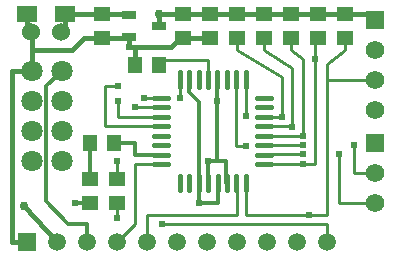
<source format=gbl>
G04 ---------------------------- Layer name :BOTTOM LAYER*
G04 EasyEDA v5.4.10, Tue, 24 Apr 2018 09:14:44 GMT*
G04 c78431fd7d494278a101bd4be382ca9e*
G04 Gerber Generator version 0.2*
G04 Scale: 100 percent, Rotated: No, Reflected: No *
G04 Dimensions in inches *
G04 leading zeros omitted , absolute positions ,2 integer and 4 decimal *
%FSLAX24Y24*%
%MOIN*%
G90*
G70D02*

%ADD10C,0.010000*%
%ADD11C,0.012000*%
%ADD12C,0.016000*%
%ADD13C,0.024400*%
%ADD14C,0.030000*%
%ADD16C,0.062000*%
%ADD17R,0.062000X0.062000*%
%ADD18C,0.060000*%
%ADD19C,0.059000*%
%ADD20R,0.059000X0.059000*%
%ADD21C,0.070866*%
%ADD22C,0.009840*%
%ADD23C,0.014000*%
%ADD24C,0.017716*%
%ADD25R,0.045670X0.057870*%
%ADD26R,0.057870X0.045670*%
%ADD27R,0.049213X0.027559*%
%ADD28R,0.071500X0.053500*%

%LPD*%
G54D12*
G01X861Y6305D02*
G01X200Y6305D01*
G01X200Y600D01*
G01X700Y600D01*
G54D10*
G01X9900Y4144D02*
G01X9900Y6700D01*
G01X8619Y4773D02*
G01X9200Y4773D01*
G01X9200Y6100D01*
G01X8619Y4459D02*
G01X9550Y4459D01*
G01X9550Y6398D01*
G01X8003Y2580D02*
G01X8003Y1500D01*
G01X10700Y1500D01*
G01X10700Y6525D01*
G01X11300Y7000D01*
G01X8619Y3200D02*
G01X10300Y3200D01*
G01X10300Y7400D01*
G01X12300Y6000D02*
G01X10700Y6000D01*
G54D11*
G01X6744Y2580D02*
G01X6744Y3300D01*
G01X7350Y3300D01*
G01X7350Y2580D01*
G01X7373Y2580D01*
G01X7055Y6019D02*
G01X7055Y3300D01*
G01X6430Y2580D02*
G01X6430Y1900D01*
G01X7060Y1900D01*
G01X7059Y2580D01*
G01X6430Y2580D02*
G01X6430Y5269D01*
G01X6100Y5600D01*
G01X6100Y6009D01*
G54D10*
G01X8619Y3519D02*
G01X9900Y3519D01*
G01X8619Y3830D02*
G01X9900Y3830D01*
G54D12*
G01X5900Y7400D02*
G01X6800Y7400D01*
G01X5900Y8200D02*
G01X6800Y8200D01*
G01X6800Y8200D02*
G01X7700Y8200D01*
G01X7700Y8200D02*
G01X8600Y8200D01*
G01X8600Y8200D02*
G01X9500Y8200D01*
G01X9500Y8200D02*
G01X10400Y8200D01*
G01X10400Y8200D02*
G01X11300Y8200D01*
G01X11300Y8200D02*
G01X12100Y8200D01*
G01X12300Y8000D01*
G54D10*
G01X8619Y4144D02*
G01X9900Y4144D01*
G01X12300Y2900D02*
G01X11600Y2900D01*
G01X11600Y3830D01*
G01X11100Y3519D02*
G01X11100Y1900D01*
G01X12300Y1900D01*
G01X8000Y6019D02*
G01X8000Y4800D01*
G54D22*
G01X7680Y6019D02*
G01X7680Y3815D01*
G54D10*
G01X7700Y2580D02*
G01X7700Y1500D01*
G01X4700Y1500D01*
G01X4700Y600D01*
G01X5169Y3196D02*
G01X4300Y3200D01*
G01X4300Y3200D02*
G01X4300Y1200D01*
G01X3700Y600D01*
G01X4300Y5084D02*
G01X5169Y5084D01*
G01X4600Y5400D02*
G01X5169Y5400D01*
G01X5800Y5400D02*
G01X5796Y6019D01*
G54D23*
G01X1861Y6305D02*
G01X1350Y5800D01*
G01X1353Y1953D01*
G01X2076Y1200D01*
G01X2700Y1200D01*
G01X2700Y600D01*
G54D12*
G01X3200Y8199D02*
G01X3982Y8199D01*
G01X3982Y8200D01*
G01X5900Y8200D02*
G01X5100Y8199D01*
G01X5100Y8200D01*
G01X3200Y7399D02*
G01X3981Y7399D01*
G01X4007Y7426D01*
G54D10*
G01X6740Y6019D02*
G01X6740Y6680D01*
G01X5280Y6680D01*
G01X5100Y6500D01*
G01X5169Y4455D02*
G01X3300Y4455D01*
G01X3300Y5800D01*
G01X3750Y5800D01*
G54D12*
G01X861Y7600D02*
G01X861Y6305D01*
G01X700Y8209D02*
G01X700Y7600D01*
G01X850Y7600D01*
G01X1990Y8209D02*
G01X1990Y7600D01*
G01X1900Y7600D01*
G01X1990Y8209D02*
G01X1990Y8200D01*
G01X3200Y8200D01*
G01X1700Y600D02*
G01X600Y1800D01*
G01X5800Y7400D02*
G01X5500Y7100D01*
G01X4300Y7100D01*
G01X4100Y7100D01*
G01X4300Y6500D02*
G01X4300Y7100D01*
G54D10*
G01X3700Y3305D02*
G01X3700Y2700D01*
G01X3700Y1400D02*
G01X3700Y1900D01*
G01X5200Y1200D02*
G01X10700Y1200D01*
G01X10700Y600D01*
G01X7700Y7400D02*
G01X7700Y7000D01*
G01X8600Y7400D02*
G01X8600Y7000D01*
G01X9500Y7400D02*
G01X9500Y7000D01*
G01X7700Y7000D02*
G01X9200Y6100D01*
G01X8600Y7000D02*
G01X9550Y6398D01*
G01X9500Y7000D02*
G01X9900Y6700D01*
G01X3750Y5300D02*
G01X3750Y4769D01*
G01X5169Y4769D01*
G01X8000Y3800D02*
G01X7680Y3800D01*
G54D12*
G01X3200Y7400D02*
G01X2600Y7400D01*
G01X2200Y7000D01*
G01X861Y7000D01*
G01X5100Y8200D02*
G01X5092Y8200D01*
G01X5092Y7800D01*
G54D10*
G01X11300Y7400D02*
G01X11300Y7000D01*
G54D12*
G01X4107Y7426D02*
G01X4100Y7426D01*
G01X4100Y7100D01*
G54D11*
G01X5169Y3511D02*
G01X4300Y3511D01*
G01X4300Y3900D01*
G01X3600Y3900D01*
G01X2800Y3900D02*
G01X2800Y2700D01*
G01X2800Y1900D02*
G01X2300Y1900D01*
G54D24*
G01X8856Y3200D02*
G01X8383Y3200D01*
G01X8856Y3515D02*
G01X8383Y3515D01*
G01X8856Y3830D02*
G01X8383Y3830D01*
G01X8856Y4144D02*
G01X8383Y4144D01*
G01X8856Y4459D02*
G01X8383Y4459D01*
G01X8856Y4773D02*
G01X8383Y4773D01*
G01X8856Y5088D02*
G01X8383Y5088D01*
G01X8856Y5403D02*
G01X8383Y5403D01*
G01X8000Y6256D02*
G01X8000Y5783D01*
G01X7685Y6256D02*
G01X7685Y5783D01*
G01X7369Y6256D02*
G01X7369Y5783D01*
G01X7055Y6256D02*
G01X7055Y5783D01*
G01X6740Y6256D02*
G01X6740Y5783D01*
G01X6426Y6256D02*
G01X6426Y5783D01*
G01X6110Y6256D02*
G01X6110Y5783D01*
G01X5796Y6256D02*
G01X5796Y5783D01*
G01X5406Y5400D02*
G01X4933Y5400D01*
G01X5406Y5084D02*
G01X4933Y5084D01*
G01X5406Y4769D02*
G01X4933Y4769D01*
G01X5406Y4455D02*
G01X4933Y4455D01*
G01X5406Y4140D02*
G01X4933Y4140D01*
G01X5406Y3826D02*
G01X4933Y3826D01*
G01X5406Y3511D02*
G01X4933Y3511D01*
G01X5406Y3196D02*
G01X4933Y3196D01*
G01X5800Y2816D02*
G01X5800Y2343D01*
G01X6114Y2816D02*
G01X6114Y2343D01*
G01X6430Y2816D02*
G01X6430Y2343D01*
G01X6744Y2816D02*
G01X6744Y2343D01*
G01X7059Y2816D02*
G01X7059Y2343D01*
G01X7373Y2816D02*
G01X7373Y2343D01*
G01X7689Y2816D02*
G01X7689Y2343D01*
G01X8003Y2816D02*
G01X8003Y2343D01*
G54D25*
G01X4300Y6500D03*
G01X5100Y6500D03*
G54D26*
G01X9500Y8199D03*
G01X9500Y7399D03*
G01X6800Y8199D03*
G01X6800Y7399D03*
G54D27*
G01X5092Y7800D03*
G01X4107Y8173D03*
G01X4107Y7426D03*
G54D26*
G01X8600Y8199D03*
G01X8600Y7399D03*
G01X7700Y8199D03*
G01X7700Y7399D03*
G01X11300Y8199D03*
G01X11300Y7399D03*
G01X10400Y8199D03*
G01X10400Y7399D03*
G01X3200Y8199D03*
G01X3200Y7399D03*
G01X5900Y8199D03*
G01X5900Y7399D03*
G01X3700Y1900D03*
G01X3700Y2700D03*
G54D28*
G01X700Y8209D03*
G01X1990Y8209D03*
G54D26*
G01X2800Y2699D03*
G01X2800Y1899D03*
G54D25*
G01X2800Y3900D03*
G01X3600Y3900D03*
G54D22*
G75*
G01X3982Y8200D02*
G2X4008Y8174I0J-26D01*
G01*
G54D16*
G01X12300Y1900D03*
G01X12300Y2900D03*
G54D17*
G01X12300Y3900D03*
G01X12300Y8000D03*
G54D16*
G01X12300Y7000D03*
G01X12300Y6000D03*
G01X12300Y5000D03*
G54D18*
G01X1850Y7600D03*
G01X850Y7600D03*
G54D19*
G01X10700Y600D03*
G01X9700Y600D03*
G01X8700Y600D03*
G01X7700Y600D03*
G01X6700Y600D03*
G01X5700Y600D03*
G01X4700Y600D03*
G01X3700Y600D03*
G01X2700Y600D03*
G01X1700Y600D03*
G54D20*
G01X700Y600D03*
G54D21*
G01X861Y6305D03*
G01X1861Y6305D03*
G01X861Y5305D03*
G01X1861Y5305D03*
G01X861Y4305D03*
G01X1861Y4305D03*
G01X861Y3305D03*
G01X1861Y3305D03*
G54D13*
G01X7050Y5300D03*
G01X10300Y6700D03*
G01X9900Y4150D03*
G01X11600Y3830D03*
G01X9900Y3830D03*
G01X9900Y3519D03*
G01X11100Y3519D03*
G01X9900Y3200D03*
G01X9550Y4450D03*
G01X9200Y4780D03*
G01X8000Y4800D03*
G01X8000Y3800D03*
G01X5200Y1200D03*
G01X4300Y5084D03*
G01X4600Y5400D03*
G01X5800Y5400D03*
G01X6750Y3300D03*
G01X6430Y1900D03*
G01X3750Y5300D03*
G01X3750Y5800D03*
G54D14*
G01X5100Y8200D03*
G01X600Y1800D03*
G54D13*
G01X3700Y1400D03*
G01X10100Y1500D03*
G01X4100Y7100D03*
G01X3700Y3300D03*
G01X2300Y1900D03*
M00*
M02*

</source>
